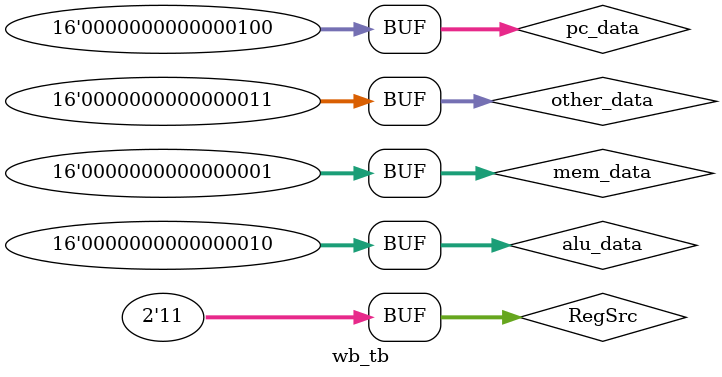
<source format=sv>
module wb_tb();

    // Declare signals
    logic [15:0] mem_data, alu_data, other_data, pc_data, data_to_write;
    logic [1:0] RegSrc;
  

    // Instantiate the DUT (Device Under Test)
    wb iDUT (.RegSrc(RegSrc), .mem_data(mem_data), .alu_data(alu_data), .other_data(other_data), .pc_data(pc_data), .data_to_write(data_to_write));

    // Testbench initialization
    initial begin
    mem_data = 1;
    alu_data = 2;
    other_data = 3;
    pc_data = 4;
    RegSrc = 0;

    #5;
    RegSrc = 1;

    #5;
    RegSrc = 2;

    #5;
    RegSrc = 3;

    end

endmodule
</source>
